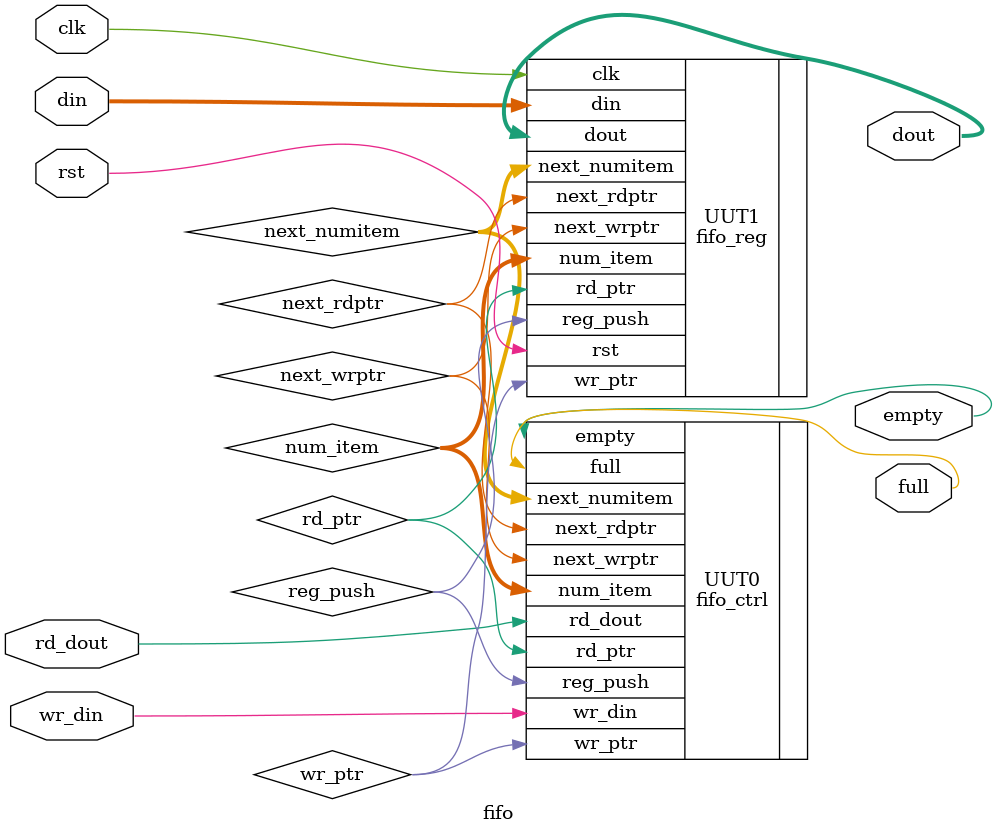
<source format=v>
module fifo # (
    parameter ADDR_BW = 1, 
    parameter DATA_BW = 4
)(
    rst, 
    clk,
    wr_din, 
    rd_dout, 
    din,
    full, 
    empty,
    dout
);

input rst, clk;
input wr_din, rd_dout;
input [DATA_BW-1:0] din;
output full, empty;
output [DATA_BW-1:0] dout;

// Wires
wire [ADDR_BW-1:0] next_wrptr, next_rdptr;
wire [ADDR_BW:0] next_numitem;
wire reg_push; 

// Registers
wire [ADDR_BW-1:0] wr_ptr, rd_ptr;
wire [ADDR_BW:0] num_item;

// FIFO_CTRL
fifo_ctrl #(
    .ADDR_BW(ADDR_BW)
) UUT0(
    .wr_din(wr_din), 
    .rd_dout(rd_dout), 
    .wr_ptr(wr_ptr), 
    .rd_ptr(rd_ptr),
    .num_item(num_item), 
    .next_wrptr(next_wrptr), 
    .next_rdptr(next_rdptr), 
    .next_numitem(next_numitem), 
    .reg_push(reg_push), 
    .full(full), 
    .empty(empty)
);

fifo_reg #(
    .ADDR_BW(ADDR_BW),
    .DATA_BW(DATA_BW)
) UUT1(
    .rst(rst),
    .clk(clk),
    .reg_push(reg_push),
    .next_wrptr(next_wrptr),
    .next_rdptr(next_rdptr),
    .next_numitem(next_numitem),
    .din(din),
    .wr_ptr(wr_ptr),
    .rd_ptr(rd_ptr),
    .num_item(num_item),
    .dout(dout)
);

endmodule

</source>
